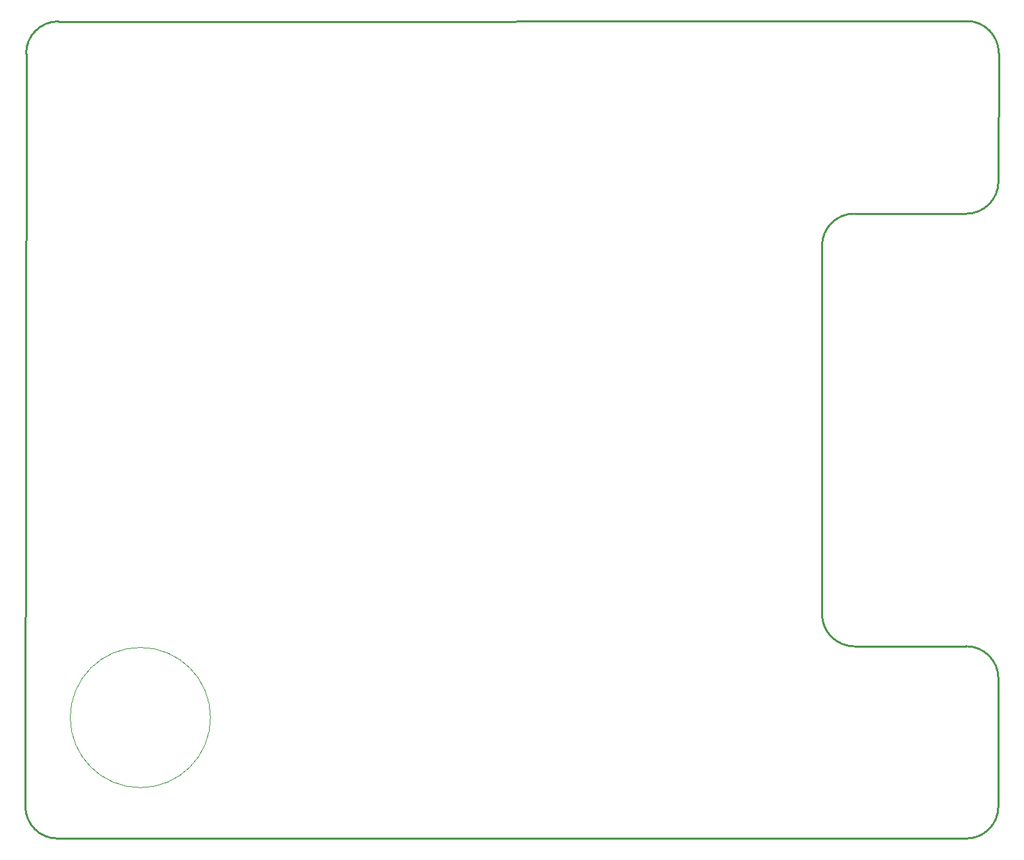
<source format=gbr>
%TF.GenerationSoftware,KiCad,Pcbnew,7.0.9*%
%TF.CreationDate,2024-01-05T06:09:31-08:00*%
%TF.ProjectId,Pi PCB Hat,50692050-4342-4204-9861-742e6b696361,rev?*%
%TF.SameCoordinates,Original*%
%TF.FileFunction,Profile,NP*%
%FSLAX46Y46*%
G04 Gerber Fmt 4.6, Leading zero omitted, Abs format (unit mm)*
G04 Created by KiCad (PCBNEW 7.0.9) date 2024-01-05 06:09:31*
%MOMM*%
%LPD*%
G01*
G04 APERTURE LIST*
%TA.AperFunction,Profile*%
%ADD10C,0.250000*%
%TD*%
%TA.AperFunction,Profile*%
%ADD11C,0.100000*%
%TD*%
G04 APERTURE END LIST*
D10*
X206899990Y-59508850D02*
X206935496Y-43460321D01*
X206935518Y-43460321D02*
G75*
G03*
X202933851Y-39451472I-4000018J8821D01*
G01*
X85497202Y-137496065D02*
G75*
G03*
X89497187Y-141500000I3999998J-3935D01*
G01*
X89497187Y-141500000D02*
X202893594Y-141500000D01*
X202933851Y-39451472D02*
X89588008Y-39498348D01*
X206893594Y-137500000D02*
X206893594Y-121500000D01*
X206893600Y-121500000D02*
G75*
G03*
X202893594Y-117500000I-4000000J0D01*
G01*
X202893594Y-141499994D02*
G75*
G03*
X206893594Y-137500000I6J3999994D01*
G01*
X202900000Y-63499999D02*
G75*
G03*
X206899989Y-59508850I0J3999999D01*
G01*
X85589664Y-43494413D02*
X85497189Y-137496065D01*
X89588008Y-39498353D02*
G75*
G03*
X85589665Y-43494413I1652J-3999997D01*
G01*
X184893600Y-113500000D02*
G75*
G03*
X188893594Y-117500000I4000000J0D01*
G01*
X184893594Y-113500000D02*
X184893594Y-67500000D01*
X202893594Y-117500000D02*
X188893594Y-117500000D01*
X188893594Y-63499994D02*
G75*
G03*
X184893594Y-67500000I6J-4000006D01*
G01*
X188893594Y-63500000D02*
X202900000Y-63500000D01*
D11*
X108593703Y-126400000D02*
G75*
G03*
X108593703Y-126400000I-8750109J0D01*
G01*
M02*

</source>
